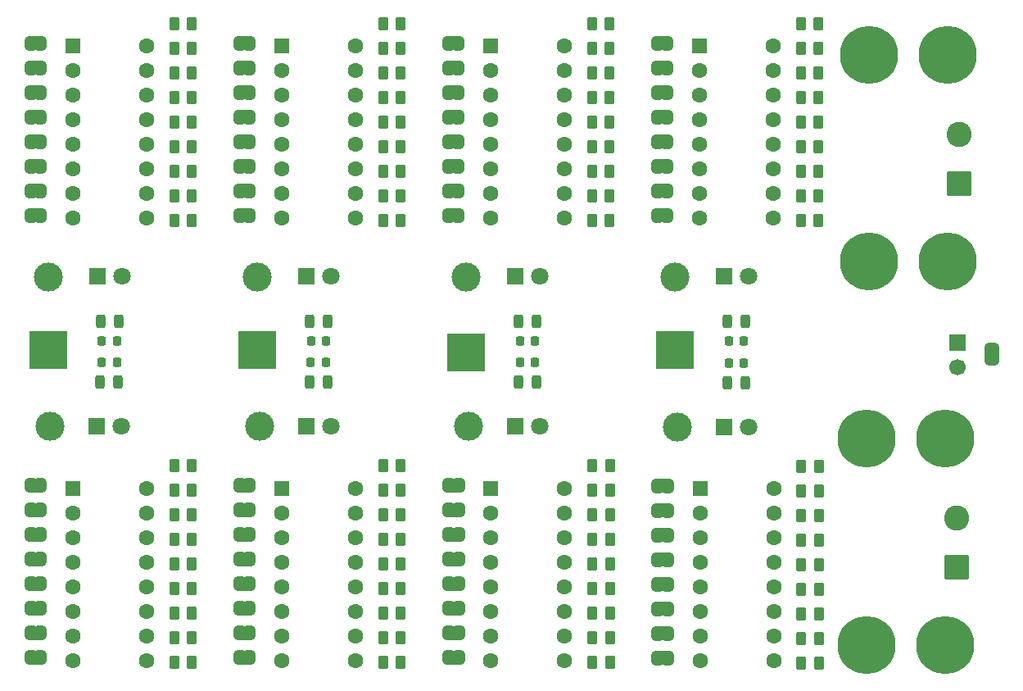
<source format=gbr>
%TF.GenerationSoftware,KiCad,Pcbnew,9.0.5*%
%TF.CreationDate,2025-10-28T22:46:26-07:00*%
%TF.ProjectId,LED_resistance,4c45445f-7265-4736-9973-74616e63652e,rev?*%
%TF.SameCoordinates,Original*%
%TF.FileFunction,Soldermask,Top*%
%TF.FilePolarity,Negative*%
%FSLAX46Y46*%
G04 Gerber Fmt 4.6, Leading zero omitted, Abs format (unit mm)*
G04 Created by KiCad (PCBNEW 9.0.5) date 2025-10-28 22:46:26*
%MOMM*%
%LPD*%
G01*
G04 APERTURE LIST*
G04 Aperture macros list*
%AMRoundRect*
0 Rectangle with rounded corners*
0 $1 Rounding radius*
0 $2 $3 $4 $5 $6 $7 $8 $9 X,Y pos of 4 corners*
0 Add a 4 corners polygon primitive as box body*
4,1,4,$2,$3,$4,$5,$6,$7,$8,$9,$2,$3,0*
0 Add four circle primitives for the rounded corners*
1,1,$1+$1,$2,$3*
1,1,$1+$1,$4,$5*
1,1,$1+$1,$6,$7*
1,1,$1+$1,$8,$9*
0 Add four rect primitives between the rounded corners*
20,1,$1+$1,$2,$3,$4,$5,0*
20,1,$1+$1,$4,$5,$6,$7,0*
20,1,$1+$1,$6,$7,$8,$9,0*
20,1,$1+$1,$8,$9,$2,$3,0*%
%AMFreePoly0*
4,1,23,0.500000,-0.750000,0.000000,-0.750000,0.000000,-0.745722,-0.065263,-0.745722,-0.191342,-0.711940,-0.304381,-0.646677,-0.396677,-0.554381,-0.461940,-0.441342,-0.495722,-0.315263,-0.495722,-0.250000,-0.500000,-0.250000,-0.500000,0.250000,-0.495722,0.250000,-0.495722,0.315263,-0.461940,0.441342,-0.396677,0.554381,-0.304381,0.646677,-0.191342,0.711940,-0.065263,0.745722,0.000000,0.745722,
0.000000,0.750000,0.500000,0.750000,0.500000,-0.750000,0.500000,-0.750000,$1*%
%AMFreePoly1*
4,1,23,0.000000,0.745722,0.065263,0.745722,0.191342,0.711940,0.304381,0.646677,0.396677,0.554381,0.461940,0.441342,0.495722,0.315263,0.495722,0.250000,0.500000,0.250000,0.500000,-0.250000,0.495722,-0.250000,0.495722,-0.315263,0.461940,-0.441342,0.396677,-0.554381,0.304381,-0.646677,0.191342,-0.711940,0.065263,-0.745722,0.000000,-0.745722,0.000000,-0.750000,-0.500000,-0.750000,
-0.500000,0.750000,0.000000,0.750000,0.000000,0.745722,0.000000,0.745722,$1*%
G04 Aperture macros list end*
%ADD10RoundRect,0.250000X-0.550000X-0.550000X0.550000X-0.550000X0.550000X0.550000X-0.550000X0.550000X0*%
%ADD11C,1.600000*%
%ADD12C,1.800000*%
%ADD13R,1.800000X1.800000*%
%ADD14RoundRect,0.243750X-0.243750X-0.456250X0.243750X-0.456250X0.243750X0.456250X-0.243750X0.456250X0*%
%ADD15RoundRect,0.218750X-0.218750X-0.256250X0.218750X-0.256250X0.218750X0.256250X-0.218750X0.256250X0*%
%ADD16C,1.700000*%
%ADD17R,1.700000X1.700000*%
%ADD18FreePoly0,270.000000*%
%ADD19FreePoly1,270.000000*%
%ADD20FreePoly0,180.000000*%
%ADD21FreePoly1,180.000000*%
%ADD22RoundRect,0.250000X0.262500X0.450000X-0.262500X0.450000X-0.262500X-0.450000X0.262500X-0.450000X0*%
%ADD23R,4.000000X4.000000*%
%ADD24C,6.000000*%
%ADD25C,3.000000*%
%ADD26C,2.600000*%
%ADD27RoundRect,0.250000X1.050000X-1.050000X1.050000X1.050000X-1.050000X1.050000X-1.050000X-1.050000X0*%
G04 APERTURE END LIST*
%TO.C,JP65*%
G36*
X206490000Y-93972000D02*
G01*
X204990000Y-93972000D01*
X204990000Y-94272000D01*
X206490000Y-94272000D01*
X206490000Y-93972000D01*
G37*
%TO.C,JP41*%
G36*
X107041500Y-62733750D02*
G01*
X106741500Y-62733750D01*
X106741500Y-61233750D01*
X107041500Y-61233750D01*
X107041500Y-62733750D01*
G37*
%TO.C,JP42*%
G36*
X107041500Y-65273750D02*
G01*
X106741500Y-65273750D01*
X106741500Y-63773750D01*
X107041500Y-63773750D01*
X107041500Y-65273750D01*
G37*
%TO.C,JP43*%
G36*
X107041500Y-67813750D02*
G01*
X106741500Y-67813750D01*
X106741500Y-66313750D01*
X107041500Y-66313750D01*
X107041500Y-67813750D01*
G37*
%TO.C,JP44*%
G36*
X107041500Y-70353750D02*
G01*
X106741500Y-70353750D01*
X106741500Y-68853750D01*
X107041500Y-68853750D01*
X107041500Y-70353750D01*
G37*
%TO.C,JP45*%
G36*
X107041500Y-72893750D02*
G01*
X106741500Y-72893750D01*
X106741500Y-71393750D01*
X107041500Y-71393750D01*
X107041500Y-72893750D01*
G37*
%TO.C,JP46*%
G36*
X107041500Y-75433750D02*
G01*
X106741500Y-75433750D01*
X106741500Y-73933750D01*
X107041500Y-73933750D01*
X107041500Y-75433750D01*
G37*
%TO.C,JP47*%
G36*
X107041500Y-77973750D02*
G01*
X106741500Y-77973750D01*
X106741500Y-76473750D01*
X107041500Y-76473750D01*
X107041500Y-77973750D01*
G37*
%TO.C,JP48*%
G36*
X107041500Y-80513750D02*
G01*
X106741500Y-80513750D01*
X106741500Y-79013750D01*
X107041500Y-79013750D01*
X107041500Y-80513750D01*
G37*
%TO.C,JP49*%
G36*
X128641667Y-62733750D02*
G01*
X128341667Y-62733750D01*
X128341667Y-61233750D01*
X128641667Y-61233750D01*
X128641667Y-62733750D01*
G37*
%TO.C,JP50*%
G36*
X128641667Y-65273750D02*
G01*
X128341667Y-65273750D01*
X128341667Y-63773750D01*
X128641667Y-63773750D01*
X128641667Y-65273750D01*
G37*
%TO.C,JP51*%
G36*
X128641667Y-67813750D02*
G01*
X128341667Y-67813750D01*
X128341667Y-66313750D01*
X128641667Y-66313750D01*
X128641667Y-67813750D01*
G37*
%TO.C,JP52*%
G36*
X128641667Y-70353750D02*
G01*
X128341667Y-70353750D01*
X128341667Y-68853750D01*
X128641667Y-68853750D01*
X128641667Y-70353750D01*
G37*
%TO.C,JP53*%
G36*
X128641667Y-72893750D02*
G01*
X128341667Y-72893750D01*
X128341667Y-71393750D01*
X128641667Y-71393750D01*
X128641667Y-72893750D01*
G37*
%TO.C,JP54*%
G36*
X128641667Y-75433750D02*
G01*
X128341667Y-75433750D01*
X128341667Y-73933750D01*
X128641667Y-73933750D01*
X128641667Y-75433750D01*
G37*
%TO.C,JP55*%
G36*
X128641667Y-77973750D02*
G01*
X128341667Y-77973750D01*
X128341667Y-76473750D01*
X128641667Y-76473750D01*
X128641667Y-77973750D01*
G37*
%TO.C,JP56*%
G36*
X128641667Y-80513750D02*
G01*
X128341667Y-80513750D01*
X128341667Y-79013750D01*
X128641667Y-79013750D01*
X128641667Y-80513750D01*
G37*
%TO.C,JP57*%
G36*
X150241833Y-62733750D02*
G01*
X149941833Y-62733750D01*
X149941833Y-61233750D01*
X150241833Y-61233750D01*
X150241833Y-62733750D01*
G37*
%TO.C,JP58*%
G36*
X150241833Y-65273750D02*
G01*
X149941833Y-65273750D01*
X149941833Y-63773750D01*
X150241833Y-63773750D01*
X150241833Y-65273750D01*
G37*
%TO.C,JP59*%
G36*
X150241833Y-67813750D02*
G01*
X149941833Y-67813750D01*
X149941833Y-66313750D01*
X150241833Y-66313750D01*
X150241833Y-67813750D01*
G37*
%TO.C,JP60*%
G36*
X150241833Y-70353750D02*
G01*
X149941833Y-70353750D01*
X149941833Y-68853750D01*
X150241833Y-68853750D01*
X150241833Y-70353750D01*
G37*
%TO.C,JP61*%
G36*
X150241833Y-72893750D02*
G01*
X149941833Y-72893750D01*
X149941833Y-71393750D01*
X150241833Y-71393750D01*
X150241833Y-72893750D01*
G37*
%TO.C,JP62*%
G36*
X150241833Y-75433750D02*
G01*
X149941833Y-75433750D01*
X149941833Y-73933750D01*
X150241833Y-73933750D01*
X150241833Y-75433750D01*
G37*
%TO.C,JP63*%
G36*
X150241833Y-77973750D02*
G01*
X149941833Y-77973750D01*
X149941833Y-76473750D01*
X150241833Y-76473750D01*
X150241833Y-77973750D01*
G37*
%TO.C,JP64*%
G36*
X150241833Y-80513750D02*
G01*
X149941833Y-80513750D01*
X149941833Y-79013750D01*
X150241833Y-79013750D01*
X150241833Y-80513750D01*
G37*
%TO.C,JP33*%
G36*
X171842000Y-62733750D02*
G01*
X171542000Y-62733750D01*
X171542000Y-61233750D01*
X171842000Y-61233750D01*
X171842000Y-62733750D01*
G37*
%TO.C,JP34*%
G36*
X171842000Y-65273750D02*
G01*
X171542000Y-65273750D01*
X171542000Y-63773750D01*
X171842000Y-63773750D01*
X171842000Y-65273750D01*
G37*
%TO.C,JP35*%
G36*
X171842000Y-67813750D02*
G01*
X171542000Y-67813750D01*
X171542000Y-66313750D01*
X171842000Y-66313750D01*
X171842000Y-67813750D01*
G37*
%TO.C,JP36*%
G36*
X171842000Y-70353750D02*
G01*
X171542000Y-70353750D01*
X171542000Y-68853750D01*
X171842000Y-68853750D01*
X171842000Y-70353750D01*
G37*
%TO.C,JP37*%
G36*
X171842000Y-72893750D02*
G01*
X171542000Y-72893750D01*
X171542000Y-71393750D01*
X171842000Y-71393750D01*
X171842000Y-72893750D01*
G37*
%TO.C,JP38*%
G36*
X171842000Y-75433750D02*
G01*
X171542000Y-75433750D01*
X171542000Y-73933750D01*
X171842000Y-73933750D01*
X171842000Y-75433750D01*
G37*
%TO.C,JP39*%
G36*
X171842000Y-77973750D02*
G01*
X171542000Y-77973750D01*
X171542000Y-76473750D01*
X171842000Y-76473750D01*
X171842000Y-77973750D01*
G37*
%TO.C,JP40*%
G36*
X171842000Y-80513750D02*
G01*
X171542000Y-80513750D01*
X171542000Y-79013750D01*
X171842000Y-79013750D01*
X171842000Y-80513750D01*
G37*
%TO.C,JP19*%
G36*
X150266833Y-113526000D02*
G01*
X149966833Y-113526000D01*
X149966833Y-112026000D01*
X150266833Y-112026000D01*
X150266833Y-113526000D01*
G37*
%TO.C,JP23*%
G36*
X150266833Y-123686000D02*
G01*
X149966833Y-123686000D01*
X149966833Y-122186000D01*
X150266833Y-122186000D01*
X150266833Y-123686000D01*
G37*
%TO.C,JP20*%
G36*
X150266833Y-116066000D02*
G01*
X149966833Y-116066000D01*
X149966833Y-114566000D01*
X150266833Y-114566000D01*
X150266833Y-116066000D01*
G37*
%TO.C,JP22*%
G36*
X150266833Y-121146000D02*
G01*
X149966833Y-121146000D01*
X149966833Y-119646000D01*
X150266833Y-119646000D01*
X150266833Y-121146000D01*
G37*
%TO.C,JP24*%
G36*
X150266833Y-126226000D02*
G01*
X149966833Y-126226000D01*
X149966833Y-124726000D01*
X150266833Y-124726000D01*
X150266833Y-126226000D01*
G37*
%TO.C,JP17*%
G36*
X150266833Y-108446000D02*
G01*
X149966833Y-108446000D01*
X149966833Y-106946000D01*
X150266833Y-106946000D01*
X150266833Y-108446000D01*
G37*
%TO.C,JP18*%
G36*
X150266833Y-110986000D02*
G01*
X149966833Y-110986000D01*
X149966833Y-109486000D01*
X150266833Y-109486000D01*
X150266833Y-110986000D01*
G37*
%TO.C,JP21*%
G36*
X150266833Y-118606000D02*
G01*
X149966833Y-118606000D01*
X149966833Y-117106000D01*
X150266833Y-117106000D01*
X150266833Y-118606000D01*
G37*
%TO.C,JP29*%
G36*
X171879500Y-118612500D02*
G01*
X171579500Y-118612500D01*
X171579500Y-117112500D01*
X171879500Y-117112500D01*
X171879500Y-118612500D01*
G37*
%TO.C,JP31*%
G36*
X171879500Y-123692500D02*
G01*
X171579500Y-123692500D01*
X171579500Y-122192500D01*
X171879500Y-122192500D01*
X171879500Y-123692500D01*
G37*
%TO.C,JP26*%
G36*
X171879500Y-110992500D02*
G01*
X171579500Y-110992500D01*
X171579500Y-109492500D01*
X171879500Y-109492500D01*
X171879500Y-110992500D01*
G37*
%TO.C,JP28*%
G36*
X171879500Y-116072500D02*
G01*
X171579500Y-116072500D01*
X171579500Y-114572500D01*
X171879500Y-114572500D01*
X171879500Y-116072500D01*
G37*
%TO.C,JP32*%
G36*
X171879500Y-126232500D02*
G01*
X171579500Y-126232500D01*
X171579500Y-124732500D01*
X171879500Y-124732500D01*
X171879500Y-126232500D01*
G37*
%TO.C,JP30*%
G36*
X171879500Y-121152500D02*
G01*
X171579500Y-121152500D01*
X171579500Y-119652500D01*
X171879500Y-119652500D01*
X171879500Y-121152500D01*
G37*
%TO.C,JP25*%
G36*
X171879500Y-108452500D02*
G01*
X171579500Y-108452500D01*
X171579500Y-106952500D01*
X171879500Y-106952500D01*
X171879500Y-108452500D01*
G37*
%TO.C,JP27*%
G36*
X171879500Y-113532500D02*
G01*
X171579500Y-113532500D01*
X171579500Y-112032500D01*
X171879500Y-112032500D01*
X171879500Y-113532500D01*
G37*
%TO.C,JP13*%
G36*
X128654167Y-118606000D02*
G01*
X128354167Y-118606000D01*
X128354167Y-117106000D01*
X128654167Y-117106000D01*
X128654167Y-118606000D01*
G37*
%TO.C,JP15*%
G36*
X128654167Y-123686000D02*
G01*
X128354167Y-123686000D01*
X128354167Y-122186000D01*
X128654167Y-122186000D01*
X128654167Y-123686000D01*
G37*
%TO.C,JP9*%
G36*
X128654167Y-108446000D02*
G01*
X128354167Y-108446000D01*
X128354167Y-106946000D01*
X128654167Y-106946000D01*
X128654167Y-108446000D01*
G37*
%TO.C,JP11*%
G36*
X128654167Y-113526000D02*
G01*
X128354167Y-113526000D01*
X128354167Y-112026000D01*
X128654167Y-112026000D01*
X128654167Y-113526000D01*
G37*
%TO.C,JP16*%
G36*
X128654167Y-126226000D02*
G01*
X128354167Y-126226000D01*
X128354167Y-124726000D01*
X128654167Y-124726000D01*
X128654167Y-126226000D01*
G37*
%TO.C,JP12*%
G36*
X128654167Y-116066000D02*
G01*
X128354167Y-116066000D01*
X128354167Y-114566000D01*
X128654167Y-114566000D01*
X128654167Y-116066000D01*
G37*
%TO.C,JP10*%
G36*
X128654167Y-110986000D02*
G01*
X128354167Y-110986000D01*
X128354167Y-109486000D01*
X128654167Y-109486000D01*
X128654167Y-110986000D01*
G37*
%TO.C,JP14*%
G36*
X128654167Y-121146000D02*
G01*
X128354167Y-121146000D01*
X128354167Y-119646000D01*
X128654167Y-119646000D01*
X128654167Y-121146000D01*
G37*
%TO.C,JP3*%
G36*
X107041500Y-113526000D02*
G01*
X106741500Y-113526000D01*
X106741500Y-112026000D01*
X107041500Y-112026000D01*
X107041500Y-113526000D01*
G37*
%TO.C,JP5*%
G36*
X107041500Y-118606000D02*
G01*
X106741500Y-118606000D01*
X106741500Y-117106000D01*
X107041500Y-117106000D01*
X107041500Y-118606000D01*
G37*
%TO.C,JP7*%
G36*
X107041500Y-123686000D02*
G01*
X106741500Y-123686000D01*
X106741500Y-122186000D01*
X107041500Y-122186000D01*
X107041500Y-123686000D01*
G37*
%TO.C,JP1*%
G36*
X107041500Y-108446000D02*
G01*
X106741500Y-108446000D01*
X106741500Y-106946000D01*
X107041500Y-106946000D01*
X107041500Y-108446000D01*
G37*
%TO.C,JP2*%
G36*
X107041500Y-110986000D02*
G01*
X106741500Y-110986000D01*
X106741500Y-109486000D01*
X107041500Y-109486000D01*
X107041500Y-110986000D01*
G37*
%TO.C,JP4*%
G36*
X107041500Y-116066000D02*
G01*
X106741500Y-116066000D01*
X106741500Y-114566000D01*
X107041500Y-114566000D01*
X107041500Y-116066000D01*
G37*
%TO.C,JP6*%
G36*
X107041500Y-121146000D02*
G01*
X106741500Y-121146000D01*
X106741500Y-119646000D01*
X107041500Y-119646000D01*
X107041500Y-121146000D01*
G37*
%TO.C,JP8*%
G36*
X107041500Y-126226000D02*
G01*
X106741500Y-126226000D01*
X106741500Y-124726000D01*
X107041500Y-124726000D01*
X107041500Y-126226000D01*
G37*
%TD*%
D10*
%TO.C,SW8*%
X153944333Y-62245250D03*
D11*
X153944333Y-64785250D03*
X153944333Y-67325250D03*
X153944333Y-69865250D03*
X153944333Y-72405250D03*
X153944333Y-74945250D03*
X153944333Y-77485250D03*
X153944333Y-80025250D03*
X161564333Y-80025250D03*
X161564333Y-77485250D03*
X161564333Y-74945250D03*
X161564333Y-72405250D03*
X161564333Y-69865250D03*
X161564333Y-67325250D03*
X161564333Y-64785250D03*
X161564333Y-62245250D03*
%TD*%
D10*
%TO.C,SW6*%
X110744000Y-62245250D03*
D11*
X110744000Y-64785250D03*
X110744000Y-67325250D03*
X110744000Y-69865250D03*
X110744000Y-72405250D03*
X110744000Y-74945250D03*
X110744000Y-77485250D03*
X110744000Y-80025250D03*
X118364000Y-80025250D03*
X118364000Y-77485250D03*
X118364000Y-74945250D03*
X118364000Y-72405250D03*
X118364000Y-69865250D03*
X118364000Y-67325250D03*
X118364000Y-64785250D03*
X118364000Y-62245250D03*
%TD*%
D10*
%TO.C,SW7*%
X132344167Y-62245250D03*
D11*
X132344167Y-64785250D03*
X132344167Y-67325250D03*
X132344167Y-69865250D03*
X132344167Y-72405250D03*
X132344167Y-74945250D03*
X132344167Y-77485250D03*
X132344167Y-80025250D03*
X139964167Y-80025250D03*
X139964167Y-77485250D03*
X139964167Y-74945250D03*
X139964167Y-72405250D03*
X139964167Y-69865250D03*
X139964167Y-67325250D03*
X139964167Y-64785250D03*
X139964167Y-62245250D03*
%TD*%
D10*
%TO.C,SW5*%
X175544500Y-62245250D03*
D11*
X175544500Y-64785250D03*
X175544500Y-67325250D03*
X175544500Y-69865250D03*
X175544500Y-72405250D03*
X175544500Y-74945250D03*
X175544500Y-77485250D03*
X175544500Y-80025250D03*
X183164500Y-80025250D03*
X183164500Y-77485250D03*
X183164500Y-74945250D03*
X183164500Y-72405250D03*
X183164500Y-69865250D03*
X183164500Y-67325250D03*
X183164500Y-64785250D03*
X183164500Y-62245250D03*
%TD*%
D10*
%TO.C,SW3*%
X153969333Y-107957500D03*
D11*
X153969333Y-110497500D03*
X153969333Y-113037500D03*
X153969333Y-115577500D03*
X153969333Y-118117500D03*
X153969333Y-120657500D03*
X153969333Y-123197500D03*
X153969333Y-125737500D03*
X161589333Y-125737500D03*
X161589333Y-123197500D03*
X161589333Y-120657500D03*
X161589333Y-118117500D03*
X161589333Y-115577500D03*
X161589333Y-113037500D03*
X161589333Y-110497500D03*
X161589333Y-107957500D03*
%TD*%
D10*
%TO.C,SW4*%
X175582000Y-107964000D03*
D11*
X175582000Y-110504000D03*
X175582000Y-113044000D03*
X175582000Y-115584000D03*
X175582000Y-118124000D03*
X175582000Y-120664000D03*
X175582000Y-123204000D03*
X175582000Y-125744000D03*
X183202000Y-125744000D03*
X183202000Y-123204000D03*
X183202000Y-120664000D03*
X183202000Y-118124000D03*
X183202000Y-115584000D03*
X183202000Y-113044000D03*
X183202000Y-110504000D03*
X183202000Y-107964000D03*
%TD*%
D10*
%TO.C,SW2*%
X132356667Y-107957500D03*
D11*
X132356667Y-110497500D03*
X132356667Y-113037500D03*
X132356667Y-115577500D03*
X132356667Y-118117500D03*
X132356667Y-120657500D03*
X132356667Y-123197500D03*
X132356667Y-125737500D03*
X139976667Y-125737500D03*
X139976667Y-123197500D03*
X139976667Y-120657500D03*
X139976667Y-118117500D03*
X139976667Y-115577500D03*
X139976667Y-113037500D03*
X139976667Y-110497500D03*
X139976667Y-107957500D03*
%TD*%
D10*
%TO.C,SW1*%
X110744000Y-107957500D03*
D11*
X110744000Y-110497500D03*
X110744000Y-113037500D03*
X110744000Y-115577500D03*
X110744000Y-118117500D03*
X110744000Y-120657500D03*
X110744000Y-123197500D03*
X110744000Y-125737500D03*
X118364000Y-125737500D03*
X118364000Y-123197500D03*
X118364000Y-120657500D03*
X118364000Y-118117500D03*
X118364000Y-115577500D03*
X118364000Y-113037500D03*
X118364000Y-110497500D03*
X118364000Y-107957500D03*
%TD*%
D12*
%TO.C,D16*%
X115824000Y-86106000D03*
D13*
X113284000Y-86106000D03*
%TD*%
D14*
%TO.C,D17*%
X115486500Y-90693250D03*
X113611500Y-90693250D03*
%TD*%
D15*
%TO.C,D18*%
X113761500Y-92725250D03*
X115336500Y-92725250D03*
%TD*%
D12*
%TO.C,D19*%
X137424167Y-86106000D03*
D13*
X134884167Y-86106000D03*
%TD*%
D14*
%TO.C,D20*%
X137086667Y-90693250D03*
X135211667Y-90693250D03*
%TD*%
D15*
%TO.C,D21*%
X136936667Y-92725250D03*
X135361667Y-92725250D03*
%TD*%
D12*
%TO.C,D22*%
X159024333Y-86106000D03*
D13*
X156484333Y-86106000D03*
%TD*%
D14*
%TO.C,D23*%
X158686833Y-90693250D03*
X156811833Y-90693250D03*
%TD*%
D15*
%TO.C,D24*%
X158536833Y-92725250D03*
X156961833Y-92725250D03*
%TD*%
D12*
%TO.C,D13*%
X180624500Y-86106000D03*
D13*
X178084500Y-86106000D03*
%TD*%
D14*
%TO.C,D14*%
X180287000Y-90693250D03*
X178412000Y-90693250D03*
%TD*%
D15*
%TO.C,D15*%
X180137000Y-92725250D03*
X178562000Y-92725250D03*
%TD*%
D16*
%TO.C,JP66*%
X202184000Y-95504000D03*
D17*
X202184000Y-92964000D03*
%TD*%
D18*
%TO.C,JP65*%
X205740000Y-93472000D03*
D19*
X205740000Y-94772000D03*
%TD*%
D20*
%TO.C,JP41*%
X107541500Y-61983750D03*
D21*
X106241500Y-61983750D03*
%TD*%
D20*
%TO.C,JP42*%
X107541500Y-64523750D03*
D21*
X106241500Y-64523750D03*
%TD*%
D20*
%TO.C,JP43*%
X107541500Y-67063750D03*
D21*
X106241500Y-67063750D03*
%TD*%
D20*
%TO.C,JP44*%
X107541500Y-69603750D03*
D21*
X106241500Y-69603750D03*
%TD*%
D20*
%TO.C,JP45*%
X107541500Y-72143750D03*
D21*
X106241500Y-72143750D03*
%TD*%
D20*
%TO.C,JP46*%
X107541500Y-74683750D03*
D21*
X106241500Y-74683750D03*
%TD*%
D20*
%TO.C,JP47*%
X107541500Y-77223750D03*
D21*
X106241500Y-77223750D03*
%TD*%
D20*
%TO.C,JP48*%
X107541500Y-79763750D03*
D21*
X106241500Y-79763750D03*
%TD*%
D20*
%TO.C,JP49*%
X129141667Y-61983750D03*
D21*
X127841667Y-61983750D03*
%TD*%
D20*
%TO.C,JP50*%
X129141667Y-64523750D03*
D21*
X127841667Y-64523750D03*
%TD*%
D20*
%TO.C,JP51*%
X129141667Y-67063750D03*
D21*
X127841667Y-67063750D03*
%TD*%
D20*
%TO.C,JP52*%
X129141667Y-69603750D03*
D21*
X127841667Y-69603750D03*
%TD*%
D20*
%TO.C,JP53*%
X129141667Y-72143750D03*
D21*
X127841667Y-72143750D03*
%TD*%
D20*
%TO.C,JP54*%
X129141667Y-74683750D03*
D21*
X127841667Y-74683750D03*
%TD*%
D20*
%TO.C,JP55*%
X129141667Y-77223750D03*
D21*
X127841667Y-77223750D03*
%TD*%
D20*
%TO.C,JP56*%
X129141667Y-79763750D03*
D21*
X127841667Y-79763750D03*
%TD*%
D20*
%TO.C,JP57*%
X150741833Y-61983750D03*
D21*
X149441833Y-61983750D03*
%TD*%
D20*
%TO.C,JP58*%
X150741833Y-64523750D03*
D21*
X149441833Y-64523750D03*
%TD*%
D20*
%TO.C,JP59*%
X150741833Y-67063750D03*
D21*
X149441833Y-67063750D03*
%TD*%
D20*
%TO.C,JP60*%
X150741833Y-69603750D03*
D21*
X149441833Y-69603750D03*
%TD*%
D20*
%TO.C,JP61*%
X150741833Y-72143750D03*
D21*
X149441833Y-72143750D03*
%TD*%
D20*
%TO.C,JP62*%
X150741833Y-74683750D03*
D21*
X149441833Y-74683750D03*
%TD*%
D20*
%TO.C,JP63*%
X150741833Y-77223750D03*
D21*
X149441833Y-77223750D03*
%TD*%
D20*
%TO.C,JP64*%
X150741833Y-79763750D03*
D21*
X149441833Y-79763750D03*
%TD*%
D20*
%TO.C,JP33*%
X172342000Y-61983750D03*
D21*
X171042000Y-61983750D03*
%TD*%
D20*
%TO.C,JP34*%
X172342000Y-64523750D03*
D21*
X171042000Y-64523750D03*
%TD*%
D20*
%TO.C,JP35*%
X172342000Y-67063750D03*
D21*
X171042000Y-67063750D03*
%TD*%
D20*
%TO.C,JP36*%
X172342000Y-69603750D03*
D21*
X171042000Y-69603750D03*
%TD*%
D20*
%TO.C,JP37*%
X172342000Y-72143750D03*
D21*
X171042000Y-72143750D03*
%TD*%
D20*
%TO.C,JP38*%
X172342000Y-74683750D03*
D21*
X171042000Y-74683750D03*
%TD*%
D20*
%TO.C,JP39*%
X172342000Y-77223750D03*
D21*
X171042000Y-77223750D03*
%TD*%
D20*
%TO.C,JP40*%
X172342000Y-79763750D03*
D21*
X171042000Y-79763750D03*
%TD*%
D22*
%TO.C,R46*%
X123044000Y-59951750D03*
X121219000Y-59951750D03*
%TD*%
%TO.C,R47*%
X123044000Y-62491750D03*
X121219000Y-62491750D03*
%TD*%
%TO.C,R48*%
X123044000Y-65031750D03*
X121219000Y-65031750D03*
%TD*%
%TO.C,R49*%
X123044000Y-67571750D03*
X121219000Y-67571750D03*
%TD*%
%TO.C,R50*%
X123044000Y-70111750D03*
X121219000Y-70111750D03*
%TD*%
%TO.C,R51*%
X123044000Y-72651750D03*
X121219000Y-72651750D03*
%TD*%
%TO.C,R52*%
X123044000Y-75191750D03*
X121219000Y-75191750D03*
%TD*%
%TO.C,R53*%
X123044000Y-77731750D03*
X121219000Y-77731750D03*
%TD*%
%TO.C,R54*%
X123044000Y-80271750D03*
X121219000Y-80271750D03*
%TD*%
%TO.C,R55*%
X144644167Y-59951750D03*
X142819167Y-59951750D03*
%TD*%
%TO.C,R56*%
X144644167Y-62491750D03*
X142819167Y-62491750D03*
%TD*%
%TO.C,R57*%
X144644167Y-65031750D03*
X142819167Y-65031750D03*
%TD*%
%TO.C,R58*%
X144644167Y-67571750D03*
X142819167Y-67571750D03*
%TD*%
%TO.C,R59*%
X144644167Y-70111750D03*
X142819167Y-70111750D03*
%TD*%
%TO.C,R60*%
X144644167Y-72651750D03*
X142819167Y-72651750D03*
%TD*%
%TO.C,R61*%
X144644167Y-75191750D03*
X142819167Y-75191750D03*
%TD*%
%TO.C,R62*%
X144644167Y-77731750D03*
X142819167Y-77731750D03*
%TD*%
%TO.C,R63*%
X144644167Y-80271750D03*
X142819167Y-80271750D03*
%TD*%
%TO.C,R64*%
X166244333Y-59951750D03*
X164419333Y-59951750D03*
%TD*%
%TO.C,R65*%
X166244333Y-62491750D03*
X164419333Y-62491750D03*
%TD*%
%TO.C,R66*%
X166244333Y-65031750D03*
X164419333Y-65031750D03*
%TD*%
%TO.C,R67*%
X166244333Y-67571750D03*
X164419333Y-67571750D03*
%TD*%
%TO.C,R68*%
X166244333Y-70111750D03*
X164419333Y-70111750D03*
%TD*%
%TO.C,R69*%
X166244333Y-72651750D03*
X164419333Y-72651750D03*
%TD*%
%TO.C,R70*%
X166244333Y-75191750D03*
X164419333Y-75191750D03*
%TD*%
%TO.C,R71*%
X166244333Y-77731750D03*
X164419333Y-77731750D03*
%TD*%
%TO.C,R72*%
X166244333Y-80271750D03*
X164419333Y-80271750D03*
%TD*%
%TO.C,R37*%
X187844500Y-59951750D03*
X186019500Y-59951750D03*
%TD*%
%TO.C,R38*%
X187844500Y-62491750D03*
X186019500Y-62491750D03*
%TD*%
%TO.C,R39*%
X187844500Y-65031750D03*
X186019500Y-65031750D03*
%TD*%
%TO.C,R40*%
X187844500Y-67571750D03*
X186019500Y-67571750D03*
%TD*%
%TO.C,R41*%
X187844500Y-70111750D03*
X186019500Y-70111750D03*
%TD*%
%TO.C,R42*%
X187844500Y-72651750D03*
X186019500Y-72651750D03*
%TD*%
%TO.C,R43*%
X187844500Y-75191750D03*
X186019500Y-75191750D03*
%TD*%
%TO.C,R44*%
X187844500Y-77731750D03*
X186019500Y-77731750D03*
%TD*%
%TO.C,R45*%
X187844500Y-80271750D03*
X186019500Y-80271750D03*
%TD*%
D23*
%TO.C,TP18*%
X129794000Y-93726000D03*
%TD*%
%TO.C,TP19*%
X151384000Y-93980000D03*
%TD*%
%TO.C,TP17*%
X108204000Y-93726000D03*
%TD*%
%TO.C,TP20*%
X172974000Y-93726000D03*
%TD*%
D24*
%TO.C,TP9*%
X193040000Y-63246000D03*
%TD*%
%TO.C,TP10*%
X193040000Y-84582000D03*
%TD*%
%TO.C,TP11*%
X201168000Y-63246000D03*
%TD*%
%TO.C,TP12*%
X201168000Y-84582000D03*
%TD*%
D25*
%TO.C,TP14*%
X108204000Y-86121250D03*
%TD*%
%TO.C,TP15*%
X129804167Y-86121250D03*
%TD*%
%TO.C,TP16*%
X151404333Y-86121250D03*
%TD*%
%TO.C,TP13*%
X173004500Y-86121250D03*
%TD*%
D26*
%TO.C,J2*%
X202356500Y-71379000D03*
D27*
X202356500Y-76459000D03*
%TD*%
D22*
%TO.C,R20*%
X164444333Y-108204000D03*
X166269333Y-108204000D03*
%TD*%
%TO.C,R23*%
X164444333Y-115824000D03*
X166269333Y-115824000D03*
%TD*%
D25*
%TO.C,TP7*%
X151640833Y-101600000D03*
%TD*%
D21*
%TO.C,JP19*%
X149466833Y-112776000D03*
D20*
X150766833Y-112776000D03*
%TD*%
D21*
%TO.C,JP23*%
X149466833Y-122936000D03*
D20*
X150766833Y-122936000D03*
%TD*%
D22*
%TO.C,R26*%
X164444333Y-123444000D03*
X166269333Y-123444000D03*
%TD*%
D21*
%TO.C,JP20*%
X149466833Y-115316000D03*
D20*
X150766833Y-115316000D03*
%TD*%
D21*
%TO.C,JP22*%
X149466833Y-120396000D03*
D20*
X150766833Y-120396000D03*
%TD*%
D15*
%TO.C,D9*%
X158524333Y-94996000D03*
X156949333Y-94996000D03*
%TD*%
D12*
%TO.C,D7*%
X159001833Y-101600000D03*
D13*
X156461833Y-101600000D03*
%TD*%
D21*
%TO.C,JP24*%
X149466833Y-125476000D03*
D20*
X150766833Y-125476000D03*
%TD*%
D14*
%TO.C,D8*%
X158674333Y-97028000D03*
X156799333Y-97028000D03*
%TD*%
D21*
%TO.C,JP17*%
X149466833Y-107696000D03*
D20*
X150766833Y-107696000D03*
%TD*%
D22*
%TO.C,R24*%
X164444333Y-118364000D03*
X166269333Y-118364000D03*
%TD*%
D21*
%TO.C,JP18*%
X149466833Y-110236000D03*
D20*
X150766833Y-110236000D03*
%TD*%
D22*
%TO.C,R21*%
X164444333Y-110744000D03*
X166269333Y-110744000D03*
%TD*%
%TO.C,R27*%
X164444333Y-125984000D03*
X166269333Y-125984000D03*
%TD*%
%TO.C,R25*%
X164444333Y-120904000D03*
X166269333Y-120904000D03*
%TD*%
%TO.C,R19*%
X164444333Y-105664000D03*
X166269333Y-105664000D03*
%TD*%
D21*
%TO.C,JP21*%
X149466833Y-117856000D03*
D20*
X150766833Y-117856000D03*
%TD*%
D22*
%TO.C,R22*%
X164444333Y-113284000D03*
X166269333Y-113284000D03*
%TD*%
%TO.C,R32*%
X186057000Y-115830500D03*
X187882000Y-115830500D03*
%TD*%
D21*
%TO.C,JP29*%
X171079500Y-117862500D03*
D20*
X172379500Y-117862500D03*
%TD*%
D22*
%TO.C,R34*%
X186057000Y-120910500D03*
X187882000Y-120910500D03*
%TD*%
%TO.C,R31*%
X186057000Y-113290500D03*
X187882000Y-113290500D03*
%TD*%
%TO.C,R28*%
X186057000Y-105670500D03*
X187882000Y-105670500D03*
%TD*%
D21*
%TO.C,JP31*%
X171079500Y-122942500D03*
D20*
X172379500Y-122942500D03*
%TD*%
D22*
%TO.C,R33*%
X186057000Y-118370500D03*
X187882000Y-118370500D03*
%TD*%
D21*
%TO.C,JP26*%
X171079500Y-110242500D03*
D20*
X172379500Y-110242500D03*
%TD*%
D21*
%TO.C,JP28*%
X171079500Y-115322500D03*
D20*
X172379500Y-115322500D03*
%TD*%
D14*
%TO.C,D11*%
X180287000Y-97034500D03*
X178412000Y-97034500D03*
%TD*%
D22*
%TO.C,R29*%
X186057000Y-108210500D03*
X187882000Y-108210500D03*
%TD*%
D21*
%TO.C,JP32*%
X171079500Y-125482500D03*
D20*
X172379500Y-125482500D03*
%TD*%
D21*
%TO.C,JP30*%
X171079500Y-120402500D03*
D20*
X172379500Y-120402500D03*
%TD*%
D15*
%TO.C,D12*%
X180137000Y-95002500D03*
X178562000Y-95002500D03*
%TD*%
D25*
%TO.C,TP8*%
X173253500Y-101606500D03*
%TD*%
D22*
%TO.C,R30*%
X186057000Y-110750500D03*
X187882000Y-110750500D03*
%TD*%
%TO.C,R36*%
X186057000Y-125990500D03*
X187882000Y-125990500D03*
%TD*%
D21*
%TO.C,JP25*%
X171079500Y-107702500D03*
D20*
X172379500Y-107702500D03*
%TD*%
D22*
%TO.C,R35*%
X186057000Y-123450500D03*
X187882000Y-123450500D03*
%TD*%
D21*
%TO.C,JP27*%
X171079500Y-112782500D03*
D20*
X172379500Y-112782500D03*
%TD*%
D12*
%TO.C,D10*%
X180614500Y-101606500D03*
D13*
X178074500Y-101606500D03*
%TD*%
D24*
%TO.C,TP4*%
X200914000Y-124206000D03*
%TD*%
%TO.C,TP3*%
X200914000Y-102870000D03*
%TD*%
%TO.C,TP1*%
X192786000Y-102870000D03*
%TD*%
%TO.C,TP2*%
X192786000Y-124206000D03*
%TD*%
D27*
%TO.C,J1*%
X202102500Y-116083000D03*
D26*
X202102500Y-111003000D03*
%TD*%
D22*
%TO.C,R13*%
X142831667Y-113284000D03*
X144656667Y-113284000D03*
%TD*%
D12*
%TO.C,D4*%
X137389167Y-101600000D03*
D13*
X134849167Y-101600000D03*
%TD*%
D21*
%TO.C,JP13*%
X127854167Y-117856000D03*
D20*
X129154167Y-117856000D03*
%TD*%
D21*
%TO.C,JP15*%
X127854167Y-122936000D03*
D20*
X129154167Y-122936000D03*
%TD*%
D21*
%TO.C,JP9*%
X127854167Y-107696000D03*
D20*
X129154167Y-107696000D03*
%TD*%
D22*
%TO.C,R16*%
X142831667Y-120904000D03*
X144656667Y-120904000D03*
%TD*%
%TO.C,R12*%
X142831667Y-110744000D03*
X144656667Y-110744000D03*
%TD*%
%TO.C,R18*%
X142831667Y-125984000D03*
X144656667Y-125984000D03*
%TD*%
D21*
%TO.C,JP11*%
X127854167Y-112776000D03*
D20*
X129154167Y-112776000D03*
%TD*%
D22*
%TO.C,R14*%
X142831667Y-115824000D03*
X144656667Y-115824000D03*
%TD*%
D21*
%TO.C,JP16*%
X127854167Y-125476000D03*
D20*
X129154167Y-125476000D03*
%TD*%
D22*
%TO.C,R17*%
X142831667Y-123444000D03*
X144656667Y-123444000D03*
%TD*%
%TO.C,R15*%
X142831667Y-118364000D03*
X144656667Y-118364000D03*
%TD*%
%TO.C,R11*%
X142831667Y-108204000D03*
X144656667Y-108204000D03*
%TD*%
%TO.C,R10*%
X142831667Y-105664000D03*
X144656667Y-105664000D03*
%TD*%
D21*
%TO.C,JP12*%
X127854167Y-115316000D03*
D20*
X129154167Y-115316000D03*
%TD*%
D21*
%TO.C,JP10*%
X127854167Y-110236000D03*
D20*
X129154167Y-110236000D03*
%TD*%
D14*
%TO.C,D5*%
X137061667Y-97028000D03*
X135186667Y-97028000D03*
%TD*%
D15*
%TO.C,D6*%
X136911667Y-94996000D03*
X135336667Y-94996000D03*
%TD*%
D21*
%TO.C,JP14*%
X127854167Y-120396000D03*
D20*
X129154167Y-120396000D03*
%TD*%
D21*
%TO.C,JP3*%
X106241500Y-112776000D03*
D20*
X107541500Y-112776000D03*
%TD*%
D21*
%TO.C,JP5*%
X106241500Y-117856000D03*
D20*
X107541500Y-117856000D03*
%TD*%
D22*
%TO.C,R9*%
X121219000Y-125984000D03*
X123044000Y-125984000D03*
%TD*%
%TO.C,R8*%
X121219000Y-123444000D03*
X123044000Y-123444000D03*
%TD*%
%TO.C,R7*%
X121219000Y-120904000D03*
X123044000Y-120904000D03*
%TD*%
%TO.C,R6*%
X121219000Y-118364000D03*
X123044000Y-118364000D03*
%TD*%
%TO.C,R5*%
X121219000Y-115824000D03*
X123044000Y-115824000D03*
%TD*%
%TO.C,R4*%
X121219000Y-113284000D03*
X123044000Y-113284000D03*
%TD*%
%TO.C,R3*%
X121219000Y-110744000D03*
X123044000Y-110744000D03*
%TD*%
%TO.C,R2*%
X121219000Y-108204000D03*
X123044000Y-108204000D03*
%TD*%
%TO.C,R1*%
X121219000Y-105664000D03*
X123044000Y-105664000D03*
%TD*%
D21*
%TO.C,JP7*%
X106241500Y-122936000D03*
D20*
X107541500Y-122936000D03*
%TD*%
D21*
%TO.C,JP1*%
X106241500Y-107696000D03*
D20*
X107541500Y-107696000D03*
%TD*%
D21*
%TO.C,JP2*%
X106241500Y-110236000D03*
D20*
X107541500Y-110236000D03*
%TD*%
D21*
%TO.C,JP4*%
X106241500Y-115316000D03*
D20*
X107541500Y-115316000D03*
%TD*%
D14*
%TO.C,D2*%
X115449000Y-97028000D03*
X113574000Y-97028000D03*
%TD*%
D15*
%TO.C,D3*%
X115299000Y-94996000D03*
X113724000Y-94996000D03*
%TD*%
D12*
%TO.C,D1*%
X115776500Y-101600000D03*
D13*
X113236500Y-101600000D03*
%TD*%
D21*
%TO.C,JP6*%
X106241500Y-120396000D03*
D20*
X107541500Y-120396000D03*
%TD*%
%TO.C,JP8*%
X107541500Y-125476000D03*
D21*
X106241500Y-125476000D03*
%TD*%
D25*
%TO.C,TP6*%
X130028167Y-101600000D03*
%TD*%
%TO.C,TP5*%
X108415500Y-101600000D03*
%TD*%
M02*

</source>
